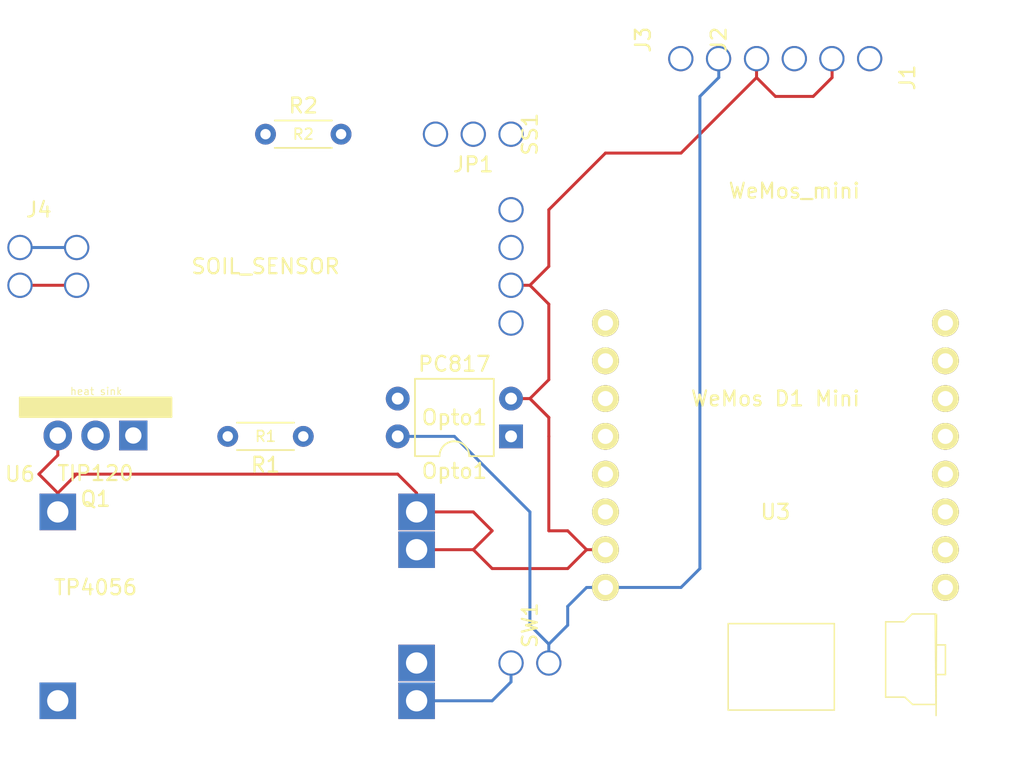
<source format=kicad_pcb>
(kicad_pcb (version 20171130) (host pcbnew "(5.0.2)-1")

  (general
    (thickness 1.6)
    (drawings 15)
    (tracks 121)
    (zones 0)
    (modules 13)
    (nets 17)
  )

  (page A4)
  (layers
    (0 "Black_(GND)" power)
    (1 "Blue_(signal_1)" signal)
    (2 "Yellow_(signal_2)" signal)
    (3 "Yellow2_(signal)" signal)
    (4 "Blue2_(signal)" signal)
    (31 "Red_(Power)" power)
    (32 B.Adhes user hide)
    (33 F.Adhes user hide)
    (34 B.Paste user hide)
    (35 F.Paste user hide)
    (36 B.SilkS user hide)
    (37 F.SilkS user hide)
    (38 B.Mask user hide)
    (39 F.Mask user hide)
    (40 Dwgs.User user hide)
    (41 Cmts.User user hide)
    (42 Eco1.User user hide)
    (43 Eco2.User user hide)
    (44 Edge.Cuts user hide)
    (45 Margin user hide)
    (46 B.CrtYd user hide)
    (47 F.CrtYd user)
    (48 B.Fab user hide)
    (49 F.Fab user)
  )

  (setup
    (last_trace_width 0.2)
    (trace_clearance 0.2)
    (zone_clearance 0.508)
    (zone_45_only no)
    (trace_min 0.2)
    (segment_width 0.2)
    (edge_width 0.1)
    (via_size 0.8)
    (via_drill 0.4)
    (via_min_size 0.4)
    (via_min_drill 0.3)
    (uvia_size 0.3)
    (uvia_drill 0.1)
    (uvias_allowed no)
    (uvia_min_size 0.2)
    (uvia_min_drill 0.1)
    (pcb_text_width 0.3)
    (pcb_text_size 1.5 1.5)
    (mod_edge_width 0.15)
    (mod_text_size 1 1)
    (mod_text_width 0.15)
    (pad_size 1.5 1.5)
    (pad_drill 0.6)
    (pad_to_mask_clearance 0)
    (solder_mask_min_width 0.25)
    (aux_axis_origin 0 0)
    (visible_elements 7FFFFFFF)
    (pcbplotparams
      (layerselection 0x010fc_ffffffff)
      (usegerberextensions false)
      (usegerberattributes false)
      (usegerberadvancedattributes false)
      (creategerberjobfile false)
      (excludeedgelayer true)
      (linewidth 0.100000)
      (plotframeref false)
      (viasonmask false)
      (mode 1)
      (useauxorigin false)
      (hpglpennumber 1)
      (hpglpenspeed 20)
      (hpglpendiameter 15.000000)
      (psnegative false)
      (psa4output false)
      (plotreference true)
      (plotvalue true)
      (plotinvisibletext false)
      (padsonsilk false)
      (subtractmaskfromsilk false)
      (outputformat 1)
      (mirror false)
      (drillshape 1)
      (scaleselection 1)
      (outputdirectory ""))
  )

  (net 0 "")
  (net 1 "Net-(J1-Pad1)")
  (net 2 GND)
  (net 3 "Net-(J2-Pad2)")
  (net 4 "Net-(J3-Pad2)")
  (net 5 "Net-(J3-Pad1)")
  (net 6 "Net-(J4-Pad2)")
  (net 7 "Net-(J4-Pad1)")
  (net 8 "Net-(JP1-Pad3)")
  (net 9 "Net-(JP1-Pad2)")
  (net 10 "Net-(JP1-Pad1)")
  (net 11 "Net-(Q1-Pad1)")
  (net 12 "Net-(R1-Pad1)")
  (net 13 "Net-(SW1-Pad1)")
  (net 14 "Net-(U3-Pad11)")
  (net 15 "Net-(Opto1-Pad1)")
  (net 16 "Net-(Opto1-Pad3)")

  (net_class Default "This is the default net class."
    (clearance 0.2)
    (trace_width 0.2)
    (via_dia 0.8)
    (via_drill 0.4)
    (uvia_dia 0.3)
    (uvia_drill 0.1)
    (add_net GND)
    (add_net "Net-(J1-Pad1)")
    (add_net "Net-(J2-Pad2)")
    (add_net "Net-(J3-Pad1)")
    (add_net "Net-(J3-Pad2)")
    (add_net "Net-(J4-Pad1)")
    (add_net "Net-(J4-Pad2)")
    (add_net "Net-(JP1-Pad1)")
    (add_net "Net-(JP1-Pad2)")
    (add_net "Net-(JP1-Pad3)")
    (add_net "Net-(Opto1-Pad1)")
    (add_net "Net-(Opto1-Pad3)")
    (add_net "Net-(Q1-Pad1)")
    (add_net "Net-(R1-Pad1)")
    (add_net "Net-(SW1-Pad1)")
    (add_net "Net-(U3-Pad11)")
  )

  (module "footprint:Soil sensor_v3" (layer "Black_(GND)") (tedit 5C928837) (tstamp 5C926BC4)
    (at 106.68 39.37 270)
    (path /5C4FA314)
    (fp_text reference SS1 (at -2.54 1.27 270) (layer F.SilkS)
      (effects (font (size 1 1) (thickness 0.15)))
    )
    (fp_text value SOIL_SENSOR (at 6.35 19.05) (layer F.SilkS)
      (effects (font (size 1 1) (thickness 0.15)))
    )
    (fp_line (start 0 1.27) (end 12.7 1.27) (layer F.CrtYd) (width 0.15))
    (fp_line (start 12.7 1.27) (end 12.7 33.02) (layer F.CrtYd) (width 0.15))
    (fp_line (start 12.7 33.02) (end 0 33.02) (layer F.CrtYd) (width 0.15))
    (fp_line (start 0 33.02) (end 0 1.27) (layer F.CrtYd) (width 0.15))
    (pad 1 thru_hole circle (at 2.54 2.54 270) (size 1.7 1.7) (drill 1.43) (layers *.Cu *.Mask)
      (net 10 "Net-(JP1-Pad1)"))
    (pad 2 thru_hole circle (at 5.08 2.54 270) (size 1.7 1.7) (drill 1.43) (layers *.Cu *.Mask))
    (pad 3 thru_hole circle (at 7.62 2.54 270) (size 1.7 1.7) (drill 1.43) (layers *.Cu *.Mask)
      (net 2 GND))
    (pad 4 thru_hole circle (at 10.16 2.54 270) (size 1.7 1.7) (drill 1.43) (layers *.Cu *.Mask)
      (net 16 "Net-(Opto1-Pad3)"))
    (pad 5 thru_hole circle (at 5.08 31.75 270) (size 1.7 1.7) (drill 1.43) (layers *.Cu *.Mask)
      (net 7 "Net-(J4-Pad1)"))
    (pad 6 thru_hole circle (at 7.62 31.75 270) (size 1.7 1.7) (drill 1.43) (layers *.Cu *.Mask)
      (net 6 "Net-(J4-Pad2)"))
  )

  (module footprint:2p_connector_v2 (layer "Black_(GND)") (tedit 5C92ABE5) (tstamp 5C926B3D)
    (at 125.71548 34.29 180)
    (path /5C554B8B)
    (fp_text reference J1 (at -5.08 1.27 270) (layer F.SilkS)
      (effects (font (size 1 1) (thickness 0.15)))
    )
    (fp_text value Batt (at -0.01452 5.08 180) (layer F.Fab)
      (effects (font (size 1 1) (thickness 0.15)))
    )
    (fp_line (start -3.81 1.27) (end 1.27 1.27) (layer F.CrtYd) (width 0.15))
    (fp_line (start 1.27 1.27) (end 1.27 3.81) (layer F.CrtYd) (width 0.15))
    (fp_line (start 1.27 3.81) (end -3.81 3.81) (layer F.CrtYd) (width 0.15))
    (fp_line (start -3.81 3.81) (end -3.81 1.27) (layer F.CrtYd) (width 0.15))
    (pad 1 thru_hole circle (at -2.54 2.54 180) (size 1.7 1.7) (drill 1.43) (layers *.Cu *.Mask)
      (net 1 "Net-(J1-Pad1)"))
    (pad 2 thru_hole circle (at 0 2.54 180) (size 1.7 1.7) (drill 1.43) (layers *.Cu *.Mask)
      (net 2 GND))
  )

  (module footprint:2p_connector_v2 (layer "Black_(GND)") (tedit 5C92ABEC) (tstamp 5C926B47)
    (at 123.19 29.21)
    (path /5C4F9789)
    (fp_text reference J2 (at -5.08 1.27 90) (layer F.SilkS)
      (effects (font (size 1 1) (thickness 0.15)))
    )
    (fp_text value Sol (at -2.54 0) (layer F.Fab)
      (effects (font (size 1 1) (thickness 0.15)))
    )
    (fp_line (start -3.81 1.27) (end 1.27 1.27) (layer F.CrtYd) (width 0.15))
    (fp_line (start 1.27 1.27) (end 1.27 3.81) (layer F.CrtYd) (width 0.15))
    (fp_line (start 1.27 3.81) (end -3.81 3.81) (layer F.CrtYd) (width 0.15))
    (fp_line (start -3.81 3.81) (end -3.81 1.27) (layer F.CrtYd) (width 0.15))
    (pad 1 thru_hole circle (at -2.54 2.54) (size 1.7 1.7) (drill 1.43) (layers *.Cu *.Mask)
      (net 2 GND))
    (pad 2 thru_hole circle (at 0 2.54) (size 1.7 1.7) (drill 1.43) (layers *.Cu *.Mask)
      (net 3 "Net-(J2-Pad2)"))
  )

  (module footprint:2p_connector_v2 (layer "Black_(GND)") (tedit 5C5AE479) (tstamp 5C926B51)
    (at 118.09548 29.21)
    (path /5C4F97F0)
    (fp_text reference J3 (at -5.08 1.27 90) (layer F.SilkS)
      (effects (font (size 1 1) (thickness 0.15)))
    )
    (fp_text value Valve (at -2.52548 0) (layer F.Fab)
      (effects (font (size 1 1) (thickness 0.15)))
    )
    (fp_line (start -3.81 3.81) (end -3.81 1.27) (layer F.CrtYd) (width 0.15))
    (fp_line (start 1.27 3.81) (end -3.81 3.81) (layer F.CrtYd) (width 0.15))
    (fp_line (start 1.27 1.27) (end 1.27 3.81) (layer F.CrtYd) (width 0.15))
    (fp_line (start -3.81 1.27) (end 1.27 1.27) (layer F.CrtYd) (width 0.15))
    (pad 2 thru_hole circle (at 0 2.54) (size 1.7 1.7) (drill 1.43) (layers *.Cu *.Mask)
      (net 4 "Net-(J3-Pad2)"))
    (pad 1 thru_hole circle (at -2.54 2.54) (size 1.7 1.7) (drill 1.43) (layers *.Cu *.Mask)
      (net 5 "Net-(J3-Pad1)"))
  )

  (module footprint:2p_connector_v2 (layer "Black_(GND)") (tedit 5C5AE479) (tstamp 5C926B5B)
    (at 73.66 46.99 270)
    (path /5C4F9672)
    (fp_text reference J4 (at -5.08 1.27) (layer F.SilkS)
      (effects (font (size 1 1) (thickness 0.15)))
    )
    (fp_text value "Soil sensor" (at -1.27 -3.81 270) (layer F.Fab)
      (effects (font (size 1 1) (thickness 0.15)))
    )
    (fp_line (start -3.81 3.81) (end -3.81 1.27) (layer F.CrtYd) (width 0.15))
    (fp_line (start 1.27 3.81) (end -3.81 3.81) (layer F.CrtYd) (width 0.15))
    (fp_line (start 1.27 1.27) (end 1.27 3.81) (layer F.CrtYd) (width 0.15))
    (fp_line (start -3.81 1.27) (end 1.27 1.27) (layer F.CrtYd) (width 0.15))
    (pad 2 thru_hole circle (at 0 2.54 270) (size 1.7 1.7) (drill 1.43) (layers *.Cu *.Mask)
      (net 6 "Net-(J4-Pad2)"))
    (pad 1 thru_hole circle (at -2.54 2.54 270) (size 1.7 1.7) (drill 1.43) (layers *.Cu *.Mask)
      (net 7 "Net-(J4-Pad1)"))
  )

  (module footprint:3p_switch_v2 (layer "Black_(GND)") (tedit 5C92AC12) (tstamp 5C926B66)
    (at 101.6 39.37 180)
    (path /5C52F9B9)
    (fp_text reference JP1 (at 0 0.5 180) (layer F.SilkS)
      (effects (font (size 1 1) (thickness 0.15)))
    )
    (fp_text value "BATT / HUM" (at 0 8.89 180) (layer F.Fab)
      (effects (font (size 1 1) (thickness 0.15)))
    )
    (fp_line (start -3.81 1.27) (end 3.81 1.27) (layer F.CrtYd) (width 0.15))
    (fp_line (start 3.81 1.27) (end 3.81 3.81) (layer F.CrtYd) (width 0.15))
    (fp_line (start 3.81 3.81) (end -3.81 3.81) (layer F.CrtYd) (width 0.15))
    (fp_line (start -3.81 3.81) (end -3.81 1.27) (layer F.CrtYd) (width 0.15))
    (pad 1 thru_hole circle (at -2.54 2.54 180) (size 1.7 1.7) (drill 1.43) (layers *.Cu *.Mask)
      (net 10 "Net-(JP1-Pad1)"))
    (pad 2 thru_hole circle (at 0 2.54 180) (size 1.7 1.7) (drill 1.43) (layers *.Cu *.Mask)
      (net 9 "Net-(JP1-Pad2)"))
    (pad 3 thru_hole circle (at 2.54 2.54 180) (size 1.7 1.7) (drill 1.43) (layers *.Cu *.Mask)
      (net 8 "Net-(JP1-Pad3)"))
  )

  (module Package_DIP:DIP-4_W7.62mm (layer "Black_(GND)") (tedit 5C92891C) (tstamp 5C926B7E)
    (at 104.14 57.15 180)
    (descr "4-lead though-hole mounted DIP package, row spacing 7.62 mm (300 mils)")
    (tags "THT DIP DIL PDIP 2.54mm 7.62mm 300mil")
    (path /5C922828)
    (fp_text reference Opto1 (at 3.81 -2.33 180) (layer F.SilkS)
      (effects (font (size 1 1) (thickness 0.15)))
    )
    (fp_text value PC817 (at 3.81 4.87 180) (layer F.SilkS)
      (effects (font (size 1 1) (thickness 0.15)))
    )
    (fp_arc (start 3.81 -1.33) (end 2.81 -1.33) (angle -180) (layer F.SilkS) (width 0.12))
    (fp_line (start 1.635 -1.27) (end 6.985 -1.27) (layer F.Fab) (width 0.1))
    (fp_line (start 6.985 -1.27) (end 6.985 3.81) (layer F.Fab) (width 0.1))
    (fp_line (start 6.985 3.81) (end 0.635 3.81) (layer F.Fab) (width 0.1))
    (fp_line (start 0.635 3.81) (end 0.635 -0.27) (layer F.Fab) (width 0.1))
    (fp_line (start 0.635 -0.27) (end 1.635 -1.27) (layer F.Fab) (width 0.1))
    (fp_line (start 2.81 -1.33) (end 1.16 -1.33) (layer F.SilkS) (width 0.12))
    (fp_line (start 1.16 -1.33) (end 1.16 3.87) (layer F.SilkS) (width 0.12))
    (fp_line (start 1.16 3.87) (end 6.46 3.87) (layer F.SilkS) (width 0.12))
    (fp_line (start 6.46 3.87) (end 6.46 -1.33) (layer F.SilkS) (width 0.12))
    (fp_line (start 6.46 -1.33) (end 4.81 -1.33) (layer F.SilkS) (width 0.12))
    (fp_line (start -1.1 -1.55) (end -1.1 4.1) (layer F.CrtYd) (width 0.05))
    (fp_line (start -1.1 4.1) (end 8.7 4.1) (layer F.CrtYd) (width 0.05))
    (fp_line (start 8.7 4.1) (end 8.7 -1.55) (layer F.CrtYd) (width 0.05))
    (fp_line (start 8.7 -1.55) (end -1.1 -1.55) (layer F.CrtYd) (width 0.05))
    (fp_text user %R (at 3.81 1.27 180) (layer F.SilkS)
      (effects (font (size 1 1) (thickness 0.15)))
    )
    (pad 1 thru_hole rect (at 0 0 180) (size 1.6 1.6) (drill 0.8) (layers *.Cu *.Mask)
      (net 15 "Net-(Opto1-Pad1)"))
    (pad 3 thru_hole oval (at 7.62 2.54 180) (size 1.6 1.6) (drill 0.8) (layers *.Cu *.Mask)
      (net 16 "Net-(Opto1-Pad3)"))
    (pad 2 thru_hole oval (at 0 2.54 180) (size 1.6 1.6) (drill 0.8) (layers *.Cu *.Mask)
      (net 2 GND))
    (pad 4 thru_hole oval (at 7.62 0 180) (size 1.6 1.6) (drill 0.8) (layers *.Cu *.Mask)
      (net 4 "Net-(J3-Pad2)"))
    (model ${KISYS3DMOD}/Package_DIP.3dshapes/DIP-4_W7.62mm.wrl
      (at (xyz 0 0 0))
      (scale (xyz 1 1 1))
      (rotate (xyz 0 0 0))
    )
  )

  (module footprint:TIP120_v4 (layer "Black_(GND)") (tedit 5C9288A3) (tstamp 5C926B90)
    (at 78.74 57.090732 180)
    (descr "TO-220-3, Vertical, RM 2.54mm, see https://www.vishay.com/docs/66542/to-220-1.pdf")
    (tags "TO-220-3 Vertical RM 2.54mm")
    (path /5C4F21EB)
    (fp_text reference Q1 (at 2.54 -4.27 180) (layer F.SilkS)
      (effects (font (size 1 1) (thickness 0.15)))
    )
    (fp_text value TIP120 (at 2.54 -2.54 180) (layer F.SilkS)
      (effects (font (size 1 1) (thickness 0.15)))
    )
    (fp_text user "heat sink" (at 2.5 2.97 180) (layer F.SilkS)
      (effects (font (size 0.5 0.5) (thickness 0.06)))
    )
    (fp_line (start 7.62 -1.27) (end -2.54 -1.27) (layer F.CrtYd) (width 0.15))
    (fp_line (start -2.54 2.54) (end 7.62 2.54) (layer F.CrtYd) (width 0.15))
    (fp_line (start -2.54 2.54) (end 7.62 2.54) (layer F.SilkS) (width 0.15))
    (fp_line (start -2.54 1.27) (end -2.54 2.54) (layer F.SilkS) (width 0.15))
    (fp_line (start 7.62 1.27) (end -2.54 1.27) (layer F.SilkS) (width 0.15))
    (fp_poly (pts (xy 7.62 1.27) (xy -2.54 1.27) (xy -2.54 2.54) (xy 7.62 2.54)) (layer F.SilkS) (width 0.15))
    (fp_line (start -2.54 1.27) (end 7.62 1.27) (layer F.SilkS) (width 0.15))
    (fp_line (start -2.54 2.54) (end -2.54 -1.27) (layer F.CrtYd) (width 0.15))
    (fp_line (start 7.62 -1.27) (end 7.62 2.54) (layer F.CrtYd) (width 0.15))
    (fp_text user %R (at 2.54 -4.27 180) (layer F.SilkS)
      (effects (font (size 1 1) (thickness 0.15)))
    )
    (pad 3 thru_hole oval (at 5.08 0 180) (size 1.905 2) (drill 1.1) (layers *.Cu *.Mask)
      (net 2 GND))
    (pad 2 thru_hole oval (at 2.54 0 180) (size 1.905 2) (drill 1.1) (layers *.Cu *.Mask)
      (net 5 "Net-(J3-Pad1)"))
    (pad 1 thru_hole rect (at 0 0 180) (size 1.905 2) (drill 1.1) (layers *.Cu *.Mask)
      (net 11 "Net-(Q1-Pad1)"))
    (model ${KISYS3DMOD}/Package_TO_SOT_THT.3dshapes/TO-220-3_Vertical.wrl
      (at (xyz 0 0 0))
      (scale (xyz 1 1 1))
      (rotate (xyz 0 0 0))
    )
  )

  (module Resistor_THT:R_Axial_DIN0204_L3.6mm_D1.6mm_P5.08mm_Horizontal (layer "Black_(GND)") (tedit 5C928A14) (tstamp 5C926BA3)
    (at 90.17 57.15 180)
    (descr "Resistor, Axial_DIN0204 series, Axial, Horizontal, pin pitch=5.08mm, 0.167W, length*diameter=3.6*1.6mm^2, http://cdn-reichelt.de/documents/datenblatt/B400/1_4W%23YAG.pdf")
    (tags "Resistor Axial_DIN0204 series Axial Horizontal pin pitch 5.08mm 0.167W length 3.6mm diameter 1.6mm")
    (path /5C4F22D3)
    (fp_text reference R1 (at 2.54 -1.92 180) (layer F.SilkS)
      (effects (font (size 1 1) (thickness 0.15)))
    )
    (fp_text value 5k (at 2.54 0 180) (layer F.CrtYd)
      (effects (font (size 1 1) (thickness 0.15)))
    )
    (fp_line (start 0.74 -0.8) (end 0.74 0.8) (layer F.Fab) (width 0.1))
    (fp_line (start 0.74 0.8) (end 4.34 0.8) (layer F.Fab) (width 0.1))
    (fp_line (start 4.34 0.8) (end 4.34 -0.8) (layer F.Fab) (width 0.1))
    (fp_line (start 4.34 -0.8) (end 0.74 -0.8) (layer F.Fab) (width 0.1))
    (fp_line (start 0 0) (end 0.74 0) (layer F.Fab) (width 0.1))
    (fp_line (start 5.08 0) (end 4.34 0) (layer F.Fab) (width 0.1))
    (fp_line (start 0.62 -0.92) (end 4.46 -0.92) (layer F.SilkS) (width 0.12))
    (fp_line (start 0.62 0.92) (end 4.46 0.92) (layer F.SilkS) (width 0.12))
    (fp_line (start -0.95 -1.05) (end -0.95 1.05) (layer F.CrtYd) (width 0.05))
    (fp_line (start -0.95 1.05) (end 6.03 1.05) (layer F.CrtYd) (width 0.05))
    (fp_line (start 6.03 1.05) (end 6.03 -1.05) (layer F.CrtYd) (width 0.05))
    (fp_line (start 6.03 -1.05) (end -0.95 -1.05) (layer F.CrtYd) (width 0.05))
    (fp_text user %R (at 2.54 0 180) (layer F.SilkS)
      (effects (font (size 0.72 0.72) (thickness 0.108)))
    )
    (pad 1 thru_hole circle (at 0 0 180) (size 1.4 1.4) (drill 0.7) (layers *.Cu *.Mask)
      (net 12 "Net-(R1-Pad1)"))
    (pad 2 thru_hole oval (at 5.08 0 180) (size 1.4 1.4) (drill 0.7) (layers *.Cu *.Mask)
      (net 11 "Net-(Q1-Pad1)"))
    (model ${KISYS3DMOD}/Resistor_THT.3dshapes/R_Axial_DIN0204_L3.6mm_D1.6mm_P5.08mm_Horizontal.wrl
      (at (xyz 0 0 0))
      (scale (xyz 1 1 1))
      (rotate (xyz 0 0 0))
    )
  )

  (module Resistor_THT:R_Axial_DIN0204_L3.6mm_D1.6mm_P5.08mm_Horizontal (layer "Black_(GND)") (tedit 5C9289F9) (tstamp 5C926BB6)
    (at 87.63 36.83)
    (descr "Resistor, Axial_DIN0204 series, Axial, Horizontal, pin pitch=5.08mm, 0.167W, length*diameter=3.6*1.6mm^2, http://cdn-reichelt.de/documents/datenblatt/B400/1_4W%23YAG.pdf")
    (tags "Resistor Axial_DIN0204 series Axial Horizontal pin pitch 5.08mm 0.167W length 3.6mm diameter 1.6mm")
    (path /5C4F9DC6)
    (fp_text reference R2 (at 2.54 -1.92) (layer F.SilkS)
      (effects (font (size 1 1) (thickness 0.15)))
    )
    (fp_text value 100k (at 2.54 0) (layer F.CrtYd)
      (effects (font (size 1 1) (thickness 0.15)))
    )
    (fp_text user %R (at 2.54 0) (layer F.SilkS)
      (effects (font (size 0.72 0.72) (thickness 0.108)))
    )
    (fp_line (start 6.03 -1.05) (end -0.95 -1.05) (layer F.CrtYd) (width 0.05))
    (fp_line (start 6.03 1.05) (end 6.03 -1.05) (layer F.CrtYd) (width 0.05))
    (fp_line (start -0.95 1.05) (end 6.03 1.05) (layer F.CrtYd) (width 0.05))
    (fp_line (start -0.95 -1.05) (end -0.95 1.05) (layer F.CrtYd) (width 0.05))
    (fp_line (start 0.62 0.92) (end 4.46 0.92) (layer F.SilkS) (width 0.12))
    (fp_line (start 0.62 -0.92) (end 4.46 -0.92) (layer F.SilkS) (width 0.12))
    (fp_line (start 5.08 0) (end 4.34 0) (layer F.Fab) (width 0.1))
    (fp_line (start 0 0) (end 0.74 0) (layer F.Fab) (width 0.1))
    (fp_line (start 4.34 -0.8) (end 0.74 -0.8) (layer F.Fab) (width 0.1))
    (fp_line (start 4.34 0.8) (end 4.34 -0.8) (layer F.Fab) (width 0.1))
    (fp_line (start 0.74 0.8) (end 4.34 0.8) (layer F.Fab) (width 0.1))
    (fp_line (start 0.74 -0.8) (end 0.74 0.8) (layer F.Fab) (width 0.1))
    (pad 2 thru_hole oval (at 5.08 0) (size 1.4 1.4) (drill 0.7) (layers *.Cu *.Mask)
      (net 8 "Net-(JP1-Pad3)"))
    (pad 1 thru_hole circle (at 0 0) (size 1.4 1.4) (drill 0.7) (layers *.Cu *.Mask)
      (net 1 "Net-(J1-Pad1)"))
    (model ${KISYS3DMOD}/Resistor_THT.3dshapes/R_Axial_DIN0204_L3.6mm_D1.6mm_P5.08mm_Horizontal.wrl
      (at (xyz 0 0 0))
      (scale (xyz 1 1 1))
      (rotate (xyz 0 0 0))
    )
  )

  (module footprint:2p_connector_v2 (layer "Black_(GND)") (tedit 5C926F67) (tstamp 5C926BCE)
    (at 106.68 69.85)
    (path /5C4F30A2)
    (fp_text reference SW1 (at -1.27 0 90) (layer F.SilkS)
      (effects (font (size 1 1) (thickness 0.15)))
    )
    (fp_text value ON/OFF (at -1.27 6.35) (layer F.Fab)
      (effects (font (size 1 1) (thickness 0.15)))
    )
    (fp_line (start -3.81 1.27) (end 1.27 1.27) (layer F.CrtYd) (width 0.15))
    (fp_line (start 1.27 1.27) (end 1.27 3.81) (layer F.CrtYd) (width 0.15))
    (fp_line (start 1.27 3.81) (end -3.81 3.81) (layer F.CrtYd) (width 0.15))
    (fp_line (start -3.81 3.81) (end -3.81 1.27) (layer F.CrtYd) (width 0.15))
    (pad 1 thru_hole circle (at -2.54 2.54) (size 1.7 1.7) (drill 1.43) (layers *.Cu *.Mask)
      (net 13 "Net-(SW1-Pad1)"))
    (pad 2 thru_hole circle (at 0 2.54) (size 1.7 1.7) (drill 1.43) (layers *.Cu *.Mask)
      (net 4 "Net-(J3-Pad2)"))
  )

  (module wemos_d1_mini:D1_mini_board_v4 (layer "Black_(GND)") (tedit 5C92AB0A) (tstamp 5C926C00)
    (at 121.92 59.69)
    (path /5C4F9AC3)
    (fp_text reference U3 (at 0 2.54) (layer F.SilkS)
      (effects (font (size 1 1) (thickness 0.15)))
    )
    (fp_text value WeMos_mini (at 1.27 -19.05) (layer F.SilkS)
      (effects (font (size 1 1) (thickness 0.15)))
    )
    (fp_text user "WeMos D1 Mini" (at 0 -5.08) (layer F.SilkS)
      (effects (font (size 1 1) (thickness 0.15)))
    )
    (fp_line (start 10.83248 9.424181) (end 10.802686 16.232524) (layer F.SilkS) (width 0.1))
    (fp_line (start -3.17965 10.051451) (end 3.959931 10.051451) (layer F.SilkS) (width 0.1))
    (fp_line (start 3.959931 10.051451) (end 3.959931 15.865188) (layer F.SilkS) (width 0.1))
    (fp_line (start 3.959931 15.865188) (end -3.17965 15.865188) (layer F.SilkS) (width 0.1))
    (fp_line (start -3.17965 15.865188) (end -3.17965 10.051451) (layer F.SilkS) (width 0.1))
    (fp_line (start 10.7436 9.402349) (end 9.191378 9.402349) (layer F.SilkS) (width 0.1))
    (fp_line (start 9.191378 9.402349) (end 8.662211 9.931515) (layer F.SilkS) (width 0.1))
    (fp_line (start 8.662211 9.931515) (end 7.40985 9.931515) (layer F.SilkS) (width 0.1))
    (fp_line (start 7.40985 9.931515) (end 7.40985 14.993876) (layer F.SilkS) (width 0.1))
    (fp_line (start 7.40985 14.993876) (end 8.697489 14.993876) (layer F.SilkS) (width 0.1))
    (fp_line (start 8.697489 14.993876) (end 9.226656 15.487765) (layer F.SilkS) (width 0.1))
    (fp_line (start 9.226656 15.487765) (end 10.796517 15.487765) (layer F.SilkS) (width 0.1))
    (fp_line (start 10.796517 15.487765) (end 10.7436 9.402349) (layer F.SilkS) (width 0.1))
    (fp_line (start 10.778878 11.483738) (end 11.431517 11.483738) (layer F.SilkS) (width 0.1))
    (fp_line (start 11.431517 11.483738) (end 11.431517 13.476932) (layer F.SilkS) (width 0.1))
    (fp_line (start 11.431517 13.476932) (end 10.814156 13.476932) (layer F.SilkS) (width 0.1))
    (fp_line (start -12.7 16.51) (end 11.43 16.51) (layer F.CrtYd) (width 0.15))
    (fp_line (start 11.43 16.51) (end 11.43 10.16) (layer F.CrtYd) (width 0.15))
    (fp_line (start 11.43 10.16) (end 12.7 8.89) (layer F.CrtYd) (width 0.15))
    (fp_line (start 12.7 8.89) (end 12.7 -13.97) (layer F.CrtYd) (width 0.15))
    (fp_line (start 8.89 -17.78) (end -8.89 -17.78) (layer F.CrtYd) (width 0.15))
    (fp_line (start -12.7 -13.97) (end -12.7 16.51) (layer F.CrtYd) (width 0.15))
    (fp_arc (start -8.89 -13.97) (end -8.89 -17.78) (angle -90) (layer F.CrtYd) (width 0.15))
    (fp_arc (start 8.89 -13.97) (end 12.7 -13.97) (angle -90) (layer F.CrtYd) (width 0.15))
    (fp_text user RST (at 15.24 -10.16) (layer F.Fab)
      (effects (font (size 1 1) (thickness 0.15)))
    )
    (fp_text user D3 (at -8.89 0) (layer F.Fab)
      (effects (font (size 1 1) (thickness 0.15)))
    )
    (fp_text user 5V (at -15.24 7.62) (layer F.Fab)
      (effects (font (size 1 1) (thickness 0.15)))
    )
    (fp_text user GND (at -15.24 5.08) (layer F.Fab)
      (effects (font (size 1 1) (thickness 0.15)))
    )
    (fp_text user A0 (at 15.24 -7.62) (layer F.Fab)
      (effects (font (size 1 1) (thickness 0.15)))
    )
    (pad 8 thru_hole circle (at -11.43 -10.16) (size 1.8 1.8) (drill 1.016) (layers *.Cu *.Mask F.SilkS))
    (pad 7 thru_hole circle (at -11.43 -7.62) (size 1.8 1.8) (drill 1.016) (layers *.Cu *.Mask F.SilkS))
    (pad 6 thru_hole circle (at -11.43 -5.08) (size 1.8 1.8) (drill 1.016) (layers *.Cu *.Mask F.SilkS))
    (pad 5 thru_hole circle (at -11.43 -2.54) (size 1.8 1.8) (drill 1.016) (layers *.Cu *.Mask F.SilkS))
    (pad 4 thru_hole circle (at -11.43 0) (size 1.8 1.8) (drill 1.016) (layers *.Cu *.Mask F.SilkS)
      (net 15 "Net-(Opto1-Pad1)"))
    (pad 3 thru_hole circle (at -11.43 2.54) (size 1.8 1.8) (drill 1.016) (layers *.Cu *.Mask F.SilkS))
    (pad 2 thru_hole circle (at -11.43 5.08) (size 1.8 1.8) (drill 1.016) (layers *.Cu *.Mask F.SilkS)
      (net 2 GND))
    (pad 1 thru_hole circle (at -11.43 7.62) (size 1.8 1.8) (drill 1.016) (layers *.Cu *.Mask F.SilkS)
      (net 4 "Net-(J3-Pad2)"))
    (pad 16 thru_hole circle (at 11.43 7.62) (size 1.8 1.8) (drill 1.016) (layers *.Cu *.Mask F.SilkS))
    (pad 15 thru_hole circle (at 11.43 5.08) (size 1.8 1.8) (drill 1.016) (layers *.Cu *.Mask F.SilkS))
    (pad 14 thru_hole circle (at 11.43 2.54) (size 1.8 1.8) (drill 1.016) (layers *.Cu *.Mask F.SilkS))
    (pad 13 thru_hole circle (at 11.43 0) (size 1.8 1.8) (drill 1.016) (layers *.Cu *.Mask F.SilkS))
    (pad 12 thru_hole circle (at 11.43 -2.54) (size 1.8 1.8) (drill 1.016) (layers *.Cu *.Mask F.SilkS)
      (net 12 "Net-(R1-Pad1)"))
    (pad 11 thru_hole circle (at 11.43 -5.08) (size 1.8 1.8) (drill 1.016) (layers *.Cu *.Mask F.SilkS)
      (net 14 "Net-(U3-Pad11)"))
    (pad 10 thru_hole circle (at 11.43 -7.62) (size 1.8 1.8) (drill 1.016) (layers *.Cu *.Mask F.SilkS)
      (net 9 "Net-(JP1-Pad2)"))
    (pad 9 thru_hole circle (at 11.43 -10.16) (size 1.8 1.8) (drill 1.016) (layers *.Cu *.Mask F.SilkS)
      (net 14 "Net-(U3-Pad11)"))
  )

  (module footprint:TP4056_v4 (layer "Black_(GND)") (tedit 5C928A25) (tstamp 5C926EEF)
    (at 72.39 58.42)
    (path /5C4FADB2)
    (fp_text reference U6 (at -1.27 1.27) (layer F.SilkS)
      (effects (font (size 1 1) (thickness 0.15)))
    )
    (fp_text value TP4056 (at 3.81 8.89) (layer F.SilkS)
      (effects (font (size 1 1) (thickness 0.15)))
    )
    (fp_line (start 29.21 2.54) (end 29.21 17.78) (layer F.CrtYd) (width 0.15))
    (fp_line (start 29.21 17.78) (end 0 17.78) (layer F.CrtYd) (width 0.15))
    (fp_line (start 0 5.08) (end 0 2.54) (layer F.CrtYd) (width 0.15))
    (fp_line (start 0 2.54) (end 29.21 2.54) (layer F.CrtYd) (width 0.15))
    (fp_line (start 0 5.08) (end 0 6.35) (layer F.CrtYd) (width 0.15))
    (fp_line (start 0 6.35) (end -1.27 6.35) (layer F.CrtYd) (width 0.15))
    (fp_line (start -1.27 6.35) (end -1.27 13.97) (layer F.CrtYd) (width 0.15))
    (fp_line (start -1.27 13.97) (end 0 13.97) (layer F.CrtYd) (width 0.15))
    (fp_line (start 0 13.97) (end 0 17.78) (layer F.CrtYd) (width 0.15))
    (pad 6 thru_hole rect (at 1.27 3.81) (size 2.46 2.46) (drill 1.43) (layers *.Cu *.Mask)
      (net 2 GND))
    (pad 5 thru_hole rect (at 1.27 16.51) (size 2.46 2.46) (drill 1.43) (layers *.Cu *.Mask)
      (net 3 "Net-(J2-Pad2)"))
    (pad 4 thru_hole rect (at 25.4 16.51) (size 2.46 2.46) (drill 1.43) (layers *.Cu *.Mask)
      (net 13 "Net-(SW1-Pad1)"))
    (pad 3 thru_hole rect (at 25.4 13.97) (size 2.46 2.46) (drill 1.43) (layers *.Cu *.Mask)
      (net 1 "Net-(J1-Pad1)"))
    (pad 1 thru_hole rect (at 25.4 3.81) (size 2.46 2.46) (drill 1.43) (layers *.Cu *.Mask)
      (net 2 GND))
    (pad 2 thru_hole rect (at 25.4 6.35) (size 2.46 2.46) (drill 1.43) (layers *.Cu *.Mask)
      (net 2 GND))
  )

  (gr_line (start 130.81 39.37) (end 130.81 34.29) (layer F.CrtYd) (width 0.2))
  (gr_line (start 135.89 39.37) (end 130.81 39.37) (layer F.CrtYd) (width 0.2))
  (gr_line (start 135.89 34.29) (end 135.89 39.37) (layer F.CrtYd) (width 0.2))
  (gr_line (start 130.81 34.29) (end 135.89 34.29) (layer F.CrtYd) (width 0.2))
  (gr_text flash (at 133.35 33.02) (layer F.Fab)
    (effects (font (size 1 1) (thickness 0.15)))
  )
  (gr_text D5 (at 137.16 57.15) (layer F.Fab) (tstamp 5C92AB9B)
    (effects (font (size 1 1) (thickness 0.15)))
  )
  (gr_text D0 (at 137.16 54.61) (layer F.Fab)
    (effects (font (size 1 1) (thickness 0.15)))
  )
  (gr_text + (at 123.19 29.21) (layer F.Fab)
    (effects (font (size 1.5 1.5) (thickness 0.3)))
  )
  (gr_text + (at 128.27 29.21) (layer F.Fab)
    (effects (font (size 1.5 1.5) (thickness 0.3)))
  )
  (gr_poly (pts (xy 69.85 30.48) (xy 139.7 30.48) (xy 139.7 78.74) (xy 69.85 78.74)) (layer B.Paste) (width 0.15))
  (gr_line (start 15.24 12.7) (end 115.57 12.7) (layer Eco2.User) (width 0.2))
  (gr_line (start 17.78 17.78) (end 97.79 17.78) (layer Margin) (width 0.2))
  (gr_line (start 97.79 17.78) (end 97.79 72.39) (layer Margin) (width 0.2))
  (gr_line (start 17.78 72.39) (end 17.78 17.78) (layer Margin) (width 0.2))
  (gr_line (start 97.79 72.39) (end 17.78 72.39) (layer Margin) (width 0.2))

  (segment (start 128.25548 31.75) (end 128.25548 33.00548) (width 0.2) (layer "Blue2_(signal)") (net 1) (status 10))
  (segment (start 128.25548 33.00548) (end 125.73 35.53096) (width 0.2) (layer "Blue2_(signal)") (net 1))
  (segment (start 113.03 35.56) (end 109.22 31.75) (width 0.2) (layer "Blue2_(signal)") (net 1))
  (segment (start 109.22 31.75) (end 91.44 31.75) (width 0.2) (layer "Blue2_(signal)") (net 1))
  (segment (start 91.44 31.75) (end 87.63 35.56) (width 0.2) (layer "Blue2_(signal)") (net 1))
  (segment (start 87.63 35.56) (end 87.63 36.83) (width 0.2) (layer "Blue2_(signal)") (net 1) (status 20))
  (segment (start 87.63 36.83) (end 87.63 43.18) (width 0.2) (layer "Blue2_(signal)") (net 1) (status 10))
  (segment (start 87.63 43.18) (end 92.71 48.26) (width 0.2) (layer "Blue2_(signal)") (net 1))
  (segment (start 92.71 65.88) (end 97.79 70.96) (width 0.2) (layer "Blue2_(signal)") (net 1))
  (segment (start 92.71 48.26) (end 92.71 65.88) (width 0.2) (layer "Blue2_(signal)") (net 1))
  (segment (start 97.79 70.96) (end 97.79 72.39) (width 0.2) (layer "Blue2_(signal)") (net 1) (status 20))
  (segment (start 125.73 35.56) (end 124.46 36.83) (width 0.2) (layer "Blue2_(signal)") (net 1))
  (segment (start 125.73 35.53096) (end 125.73 35.56) (width 0.2) (layer "Blue2_(signal)") (net 1))
  (segment (start 124.46 36.83) (end 116.84 36.83) (width 0.2) (layer "Blue2_(signal)") (net 1))
  (segment (start 116.84 36.83) (end 114.3 36.83) (width 0.2) (layer "Blue2_(signal)") (net 1))
  (segment (start 114.3 36.83) (end 113.03 35.56) (width 0.2) (layer "Blue2_(signal)") (net 1))
  (segment (start 120.65 31.75) (end 120.65 33.02) (width 0.2) (layer "Black_(GND)") (net 2) (status 10))
  (segment (start 120.65 33.02) (end 115.57 38.1) (width 0.2) (layer "Black_(GND)") (net 2))
  (segment (start 115.57 38.1) (end 110.49 38.1) (width 0.2) (layer "Black_(GND)") (net 2))
  (segment (start 110.49 38.1) (end 106.68 41.91) (width 0.2) (layer "Black_(GND)") (net 2))
  (segment (start 106.68 41.91) (end 106.68 45.72) (width 0.2) (layer "Black_(GND)") (net 2))
  (segment (start 106.68 45.72) (end 105.41 46.99) (width 0.2) (layer "Black_(GND)") (net 2))
  (segment (start 105.41 46.99) (end 104.14 46.99) (width 0.2) (layer "Black_(GND)") (net 2) (status 20))
  (segment (start 105.41 46.99) (end 106.68 48.26) (width 0.2) (layer "Black_(GND)") (net 2))
  (segment (start 106.68 48.26) (end 106.68 53.34) (width 0.2) (layer "Black_(GND)") (net 2))
  (segment (start 106.68 53.34) (end 105.41 54.61) (width 0.2) (layer "Black_(GND)") (net 2))
  (segment (start 104.14 54.61) (end 105.41 54.61) (width 0.2) (layer "Black_(GND)") (net 2) (status 10))
  (segment (start 105.41 54.61) (end 106.68 55.88) (width 0.2) (layer "Black_(GND)") (net 2))
  (segment (start 105.41 54.61) (end 106.68 55.88) (width 0.2) (layer "Black_(GND)") (net 2))
  (segment (start 106.68 57.15) (end 106.68 63.5) (width 0.2) (layer "Black_(GND)") (net 2))
  (segment (start 107.95 63.5) (end 109.22 64.77) (width 0.2) (layer "Black_(GND)") (net 2))
  (segment (start 109.22 64.77) (end 110.49 64.77) (width 0.2) (layer "Black_(GND)") (net 2) (status 20))
  (segment (start 109.22 64.77) (end 107.95 66.04) (width 0.2) (layer "Black_(GND)") (net 2))
  (segment (start 107.95 66.04) (end 102.87 66.04) (width 0.2) (layer "Black_(GND)") (net 2))
  (segment (start 102.87 66.04) (end 101.6 64.77) (width 0.2) (layer "Black_(GND)") (net 2))
  (segment (start 97.79 64.77) (end 101.6 64.77) (width 0.2) (layer "Black_(GND)") (net 2) (status 10))
  (segment (start 101.6 64.77) (end 102.87 63.5) (width 0.2) (layer "Black_(GND)") (net 2))
  (segment (start 102.87 63.5) (end 101.6 62.23) (width 0.2) (layer "Black_(GND)") (net 2))
  (segment (start 101.6 62.23) (end 97.79 62.23) (width 0.2) (layer "Black_(GND)") (net 2) (status 20))
  (segment (start 97.79 62.23) (end 97.79 60.96) (width 0.2) (layer "Black_(GND)") (net 2) (status 10))
  (segment (start 97.79 60.96) (end 96.52 59.69) (width 0.2) (layer "Black_(GND)") (net 2))
  (segment (start 96.52 59.69) (end 74.93 59.69) (width 0.2) (layer "Black_(GND)") (net 2))
  (segment (start 74.93 59.69) (end 74.77 59.69) (width 0.2) (layer "Black_(GND)") (net 2))
  (segment (start 73.66 58.42) (end 73.66 57.15) (width 0.2) (layer "Black_(GND)") (net 2) (status 20))
  (segment (start 73.66 62.23) (end 73.66 60.96) (width 0.2) (layer "Black_(GND)") (net 2) (status 10))
  (segment (start 73.66 60.96) (end 74.93 59.69) (width 0.2) (layer "Black_(GND)") (net 2))
  (segment (start 106.68 55.88) (end 106.68 57.15) (width 0.2) (layer "Black_(GND)") (net 2))
  (segment (start 106.68 63.5) (end 107.95 63.5) (width 0.2) (layer "Black_(GND)") (net 2))
  (segment (start 121.92 34.29) (end 124.46 34.29) (width 0.2) (layer "Black_(GND)") (net 2))
  (segment (start 120.65 33.02) (end 121.92 34.29) (width 0.2) (layer "Black_(GND)") (net 2))
  (segment (start 124.46 34.29) (end 125.73 33.02) (width 0.2) (layer "Black_(GND)") (net 2))
  (segment (start 125.73 33.02) (end 125.73 31.75) (width 0.2) (layer "Black_(GND)") (net 2) (status 20))
  (segment (start 73.66 58.42) (end 72.39 59.69) (width 0.2) (layer "Black_(GND)") (net 2))
  (segment (start 72.39 59.69) (end 73.66 60.96) (width 0.2) (layer "Black_(GND)") (net 2))
  (segment (start 73.66 77.47) (end 73.66 74.93) (width 0.2) (layer "Yellow_(signal_2)") (net 3) (status 20))
  (segment (start 73.66 77.47) (end 118.11 77.47) (width 0.2) (layer "Yellow_(signal_2)") (net 3))
  (segment (start 118.11 77.47) (end 120.65 77.47) (width 0.2) (layer "Yellow_(signal_2)") (net 3))
  (segment (start 120.65 77.47) (end 123.19 74.93) (width 0.2) (layer "Yellow_(signal_2)") (net 3))
  (segment (start 123.19 74.93) (end 123.19 31.75) (width 0.2) (layer "Yellow_(signal_2)") (net 3))
  (segment (start 106.68 72.39) (end 106.68 71.12) (width 0.2) (layer "Red_(Power)") (net 4) (status 10))
  (segment (start 106.68 71.12) (end 107.95 69.85) (width 0.2) (layer "Red_(Power)") (net 4))
  (segment (start 107.95 69.85) (end 107.95 68.58) (width 0.2) (layer "Red_(Power)") (net 4))
  (segment (start 107.95 68.58) (end 109.22 67.31) (width 0.2) (layer "Red_(Power)") (net 4))
  (segment (start 110.49 67.31) (end 109.22 67.31) (width 0.2) (layer "Red_(Power)") (net 4) (status 10))
  (segment (start 102.87 59.69) (end 105.41 62.23) (width 0.2) (layer "Red_(Power)") (net 4))
  (segment (start 105.41 62.23) (end 105.41 69.85) (width 0.2) (layer "Red_(Power)") (net 4))
  (segment (start 105.41 69.85) (end 106.68 71.12) (width 0.2) (layer "Red_(Power)") (net 4))
  (segment (start 116.84 34.29) (end 118.11 33.02) (width 0.2) (layer "Red_(Power)") (net 4))
  (segment (start 118.11 33.02) (end 118.11 31.75) (width 0.2) (layer "Red_(Power)") (net 4) (status 20))
  (segment (start 116.84 34.29) (end 116.84 66.04) (width 0.2) (layer "Red_(Power)") (net 4))
  (segment (start 116.84 66.04) (end 115.57 67.31) (width 0.2) (layer "Red_(Power)") (net 4))
  (segment (start 115.57 67.31) (end 110.49 67.31) (width 0.2) (layer "Red_(Power)") (net 4) (status 20))
  (segment (start 102.87 59.69) (end 100.33 57.15) (width 0.2) (layer "Red_(Power)") (net 4))
  (segment (start 100.33 57.15) (end 96.52 57.15) (width 0.2) (layer "Red_(Power)") (net 4))
  (segment (start 115.55548 31.75) (end 113.03 34.27548) (width 0.2) (layer "Yellow2_(signal)") (net 5) (status 10))
  (segment (start 113.03 34.27548) (end 113.03 34.29) (width 0.2) (layer "Yellow2_(signal)") (net 5))
  (segment (start 80.01 50.8) (end 76.2 54.61) (width 0.2) (layer "Yellow2_(signal)") (net 5))
  (segment (start 76.2 54.61) (end 76.2 57.15) (width 0.2) (layer "Yellow2_(signal)") (net 5) (status 20))
  (segment (start 113.03 34.27548) (end 85.10452 34.27548) (width 0.2) (layer "Yellow2_(signal)") (net 5))
  (segment (start 85.10452 34.27548) (end 82.55 36.83) (width 0.2) (layer "Yellow2_(signal)") (net 5))
  (segment (start 82.55 36.83) (end 82.55 48.26) (width 0.2) (layer "Yellow2_(signal)") (net 5))
  (segment (start 82.55 48.26) (end 80.01 50.8) (width 0.2) (layer "Yellow2_(signal)") (net 5))
  (segment (start 74.93 46.99) (end 71.12 46.99) (width 0.2) (layer "Black_(GND)") (net 6) (status 30))
  (segment (start 71.12 44.45) (end 74.93 44.45) (width 0.2) (layer "Red_(Power)") (net 7) (status 30))
  (segment (start 99.06 36.83) (end 92.71 36.83) (width 0.2) (layer "Blue_(signal_1)") (net 8) (status 30))
  (segment (start 133.35 52.07) (end 134.62 52.07) (width 0.2) (layer "Blue_(signal_1)") (net 9) (status 10))
  (segment (start 134.62 52.07) (end 135.89 50.8) (width 0.2) (layer "Blue_(signal_1)") (net 9))
  (segment (start 135.89 50.8) (end 135.89 41.91) (width 0.2) (layer "Blue_(signal_1)") (net 9))
  (segment (start 135.89 41.91) (end 133.35 39.37) (width 0.2) (layer "Blue_(signal_1)") (net 9))
  (segment (start 133.35 39.37) (end 115.57 39.37) (width 0.2) (layer "Blue_(signal_1)") (net 9))
  (segment (start 115.57 39.37) (end 109.22 33.02) (width 0.2) (layer "Blue_(signal_1)") (net 9))
  (segment (start 109.22 33.02) (end 102.87 33.02) (width 0.2) (layer "Blue_(signal_1)") (net 9))
  (segment (start 102.87 33.02) (end 101.6 34.29) (width 0.2) (layer "Blue_(signal_1)") (net 9))
  (segment (start 101.6 34.29) (end 101.6 36.83) (width 0.2) (layer "Blue_(signal_1)") (net 9) (status 20))
  (segment (start 104.14 36.83) (end 104.14 41.91) (width 0.2) (layer "Blue_(signal_1)") (net 10) (status 30))
  (segment (start 85.09 57.15) (end 78.74 57.15) (width 0.2) (layer "Yellow2_(signal)") (net 11) (status 30))
  (segment (start 133.35 57.15) (end 134.62 57.15) (width 0.2) (layer "Blue_(signal_1)") (net 12) (status 10))
  (segment (start 134.62 57.15) (end 135.89 58.42) (width 0.2) (layer "Blue_(signal_1)") (net 12))
  (segment (start 135.89 58.42) (end 135.89 76.2) (width 0.2) (layer "Blue_(signal_1)") (net 12))
  (segment (start 135.89 76.2) (end 133.35 78.74) (width 0.2) (layer "Blue_(signal_1)") (net 12))
  (segment (start 133.35 78.74) (end 95.25 78.74) (width 0.2) (layer "Blue_(signal_1)") (net 12))
  (segment (start 95.25 78.74) (end 90.17 73.66) (width 0.2) (layer "Blue_(signal_1)") (net 12))
  (segment (start 90.17 73.66) (end 90.17 57.15) (width 0.2) (layer "Blue_(signal_1)") (net 12) (status 20))
  (segment (start 97.79 74.93) (end 102.87 74.93) (width 0.2) (layer "Red_(Power)") (net 13) (status 10))
  (segment (start 102.87 74.93) (end 104.14 73.66) (width 0.2) (layer "Red_(Power)") (net 13))
  (segment (start 104.14 73.66) (end 104.14 72.39) (width 0.2) (layer "Red_(Power)") (net 13) (status 20))
  (segment (start 133.35 54.61) (end 132.08 54.61) (width 0.2) (layer "Yellow_(signal_2)") (net 14))
  (segment (start 132.08 54.61) (end 129.54 52.07) (width 0.2) (layer "Yellow_(signal_2)") (net 14))
  (segment (start 133.35 49.53) (end 133.35 38.1) (width 0.2) (layer "Yellow_(signal_2)") (net 14))
  (segment (start 133.35 38.1) (end 132.08 36.83) (width 0.2) (layer "Yellow_(signal_2)") (net 14))
  (segment (start 132.08 36.83) (end 129.54 36.83) (width 0.2) (layer "Yellow_(signal_2)") (net 14))
  (segment (start 129.54 36.83) (end 128.27 38.1) (width 0.2) (layer "Yellow_(signal_2)") (net 14))
  (segment (start 128.27 38.1) (end 128.27 50.8) (width 0.2) (layer "Yellow_(signal_2)") (net 14))
  (segment (start 128.27 50.8) (end 129.54 52.07) (width 0.2) (layer "Yellow_(signal_2)") (net 14))
  (segment (start 104.14 58.15) (end 104.14 57.15) (width 0.2) (layer "Blue_(signal_1)") (net 15) (status 20))
  (segment (start 104.14 58.15) (end 104.14 58.42) (width 0.2) (layer "Blue_(signal_1)") (net 15))
  (segment (start 104.14 58.42) (end 105.41 59.69) (width 0.2) (layer "Blue_(signal_1)") (net 15))
  (segment (start 105.41 59.69) (end 110.49 59.69) (width 0.2) (layer "Blue_(signal_1)") (net 15))
  (segment (start 96.52 54.61) (end 96.52 50.8) (width 0.2) (layer "Blue_(signal_1)") (net 16) (status 10))
  (segment (start 96.52 50.8) (end 96.52 49.53) (width 0.2) (layer "Blue_(signal_1)") (net 16))
  (segment (start 96.52 49.53) (end 104.14 49.53) (width 0.2) (layer "Blue_(signal_1)") (net 16) (status 20))

)

</source>
